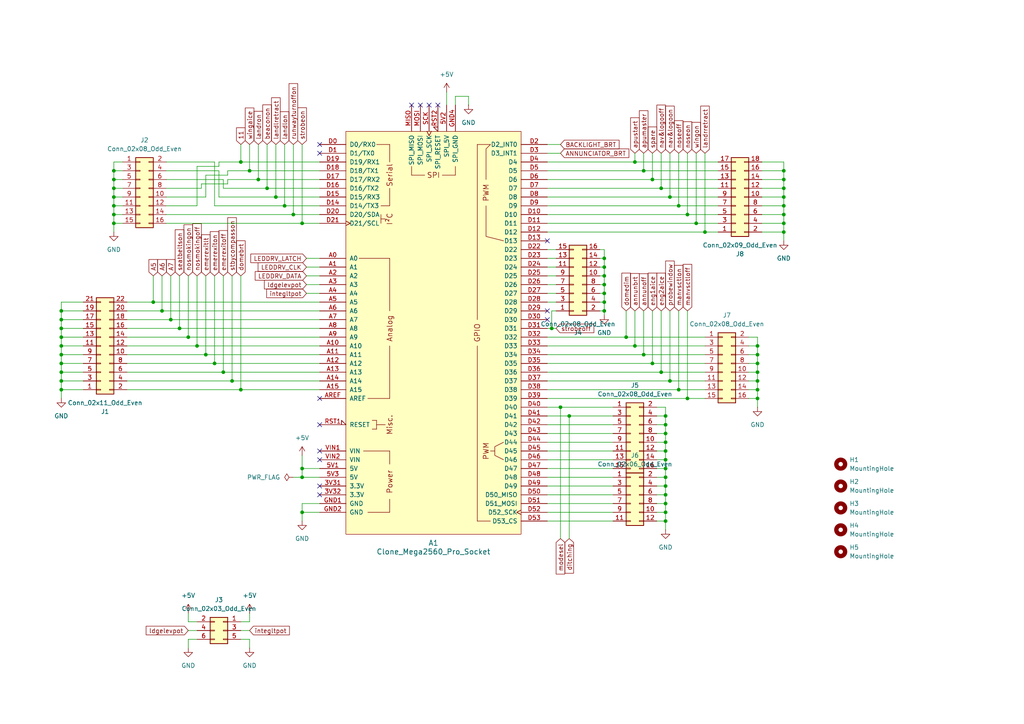
<source format=kicad_sch>
(kicad_sch (version 20231120) (generator "eeschema") (generator_version "8.0")
  (paper "A4")
  (lib_symbols
    (symbol "Connector_Generic:Conn_02x03_Odd_Even" (pin_names (offset 1.016) hide)
      (property "Reference" "J" (at 1.27 5.08 0))
      (property "Value" "Conn_02x03_Odd_Even" (at 1.27 -5.08 0))
      (symbol "Conn_02x03_Odd_Even_1_1"
        (pin passive line (at -5.08 2.54 0) (length 3.81) (name "Pin_1") (number "1"))
        (pin passive line (at 7.62 2.54 180) (length 3.81) (name "Pin_2") (number "2"))
        (pin passive line (at -5.08 0 0) (length 3.81) (name "Pin_3") (number "3"))
        (pin passive line (at 7.62 0 180) (length 3.81) (name "Pin_4") (number "4"))
        (pin passive line (at -5.08 -2.54 0) (length 3.81) (name "Pin_5") (number "5"))
        (pin passive line (at 7.62 -2.54 180) (length 3.81) (name "Pin_6") (number "6"))
      )
    )
    (symbol "Connector_Generic:Conn_02x06_Odd_Even" (pin_names (offset 1.016) hide)
      (property "Reference" "J" (at 1.27 7.62 0))
      (property "Value" "Conn_02x06_Odd_Even" (at 1.27 -10.16 0))
      (symbol "Conn_02x06_Odd_Even_1_1"
        (pin passive line (at -5.08 5.08 0) (length 3.81) (name "Pin_1") (number "1"))
        (pin passive line (at 7.62 -5.08 180) (length 3.81) (name "Pin_10") (number "10"))
        (pin passive line (at -5.08 -7.62 0) (length 3.81) (name "Pin_11") (number "11"))
        (pin passive line (at 7.62 -7.62 180) (length 3.81) (name "Pin_12") (number "12"))
        (pin passive line (at 7.62 5.08 180) (length 3.81) (name "Pin_2") (number "2"))
        (pin passive line (at -5.08 2.54 0) (length 3.81) (name "Pin_3") (number "3"))
        (pin passive line (at 7.62 2.54 180) (length 3.81) (name "Pin_4") (number "4"))
        (pin passive line (at -5.08 0 0) (length 3.81) (name "Pin_5") (number "5"))
        (pin passive line (at 7.62 0 180) (length 3.81) (name "Pin_6") (number "6"))
        (pin passive line (at -5.08 -2.54 0) (length 3.81) (name "Pin_7") (number "7"))
        (pin passive line (at 7.62 -2.54 180) (length 3.81) (name "Pin_8") (number "8"))
        (pin passive line (at -5.08 -5.08 0) (length 3.81) (name "Pin_9") (number "9"))
      )
    )
    (symbol "Connector_Generic:Conn_02x08_Odd_Even" (pin_names (offset 1.016) hide)
      (property "Reference" "J" (at 1.27 10.16 0))
      (property "Value" "Conn_02x08_Odd_Even" (at 1.27 -12.7 0))
      (symbol "Conn_02x08_Odd_Even_1_1"
        (pin passive line (at -5.08 7.62 0) (length 3.81) (name "Pin_1") (number "1"))
        (pin passive line (at 7.62 -2.54 180) (length 3.81) (name "Pin_10") (number "10"))
        (pin passive line (at -5.08 -5.08 0) (length 3.81) (name "Pin_11") (number "11"))
        (pin passive line (at 7.62 -5.08 180) (length 3.81) (name "Pin_12") (number "12"))
        (pin passive line (at -5.08 -7.62 0) (length 3.81) (name "Pin_13") (number "13"))
        (pin passive line (at 7.62 -7.62 180) (length 3.81) (name "Pin_14") (number "14"))
        (pin passive line (at -5.08 -10.16 0) (length 3.81) (name "Pin_15") (number "15"))
        (pin passive line (at 7.62 -10.16 180) (length 3.81) (name "Pin_16") (number "16"))
        (pin passive line (at 7.62 7.62 180) (length 3.81) (name "Pin_2") (number "2"))
        (pin passive line (at -5.08 5.08 0) (length 3.81) (name "Pin_3") (number "3"))
        (pin passive line (at 7.62 5.08 180) (length 3.81) (name "Pin_4") (number "4"))
        (pin passive line (at -5.08 2.54 0) (length 3.81) (name "Pin_5") (number "5"))
        (pin passive line (at 7.62 2.54 180) (length 3.81) (name "Pin_6") (number "6"))
        (pin passive line (at -5.08 0 0) (length 3.81) (name "Pin_7") (number "7"))
        (pin passive line (at 7.62 0 180) (length 3.81) (name "Pin_8") (number "8"))
        (pin passive line (at -5.08 -2.54 0) (length 3.81) (name "Pin_9") (number "9"))
      )
    )
    (symbol "Connector_Generic:Conn_02x09_Odd_Even" (pin_names (offset 1.016) hide)
      (property "Reference" "J" (at 1.27 12.7 0))
      (property "Value" "Conn_02x09_Odd_Even" (at 1.27 -12.7 0))
      (symbol "Conn_02x09_Odd_Even_1_1"
        (pin passive line (at -5.08 10.16 0) (length 3.81) (name "Pin_1") (number "1"))
        (pin passive line (at 7.62 0 180) (length 3.81) (name "Pin_10") (number "10"))
        (pin passive line (at -5.08 -2.54 0) (length 3.81) (name "Pin_11") (number "11"))
        (pin passive line (at 7.62 -2.54 180) (length 3.81) (name "Pin_12") (number "12"))
        (pin passive line (at -5.08 -5.08 0) (length 3.81) (name "Pin_13") (number "13"))
        (pin passive line (at 7.62 -5.08 180) (length 3.81) (name "Pin_14") (number "14"))
        (pin passive line (at -5.08 -7.62 0) (length 3.81) (name "Pin_15") (number "15"))
        (pin passive line (at 7.62 -7.62 180) (length 3.81) (name "Pin_16") (number "16"))
        (pin passive line (at -5.08 -10.16 0) (length 3.81) (name "Pin_17") (number "17"))
        (pin passive line (at 7.62 -10.16 180) (length 3.81) (name "Pin_18") (number "18"))
        (pin passive line (at 7.62 10.16 180) (length 3.81) (name "Pin_2") (number "2"))
        (pin passive line (at -5.08 7.62 0) (length 3.81) (name "Pin_3") (number "3"))
        (pin passive line (at 7.62 7.62 180) (length 3.81) (name "Pin_4") (number "4"))
        (pin passive line (at -5.08 5.08 0) (length 3.81) (name "Pin_5") (number "5"))
        (pin passive line (at 7.62 5.08 180) (length 3.81) (name "Pin_6") (number "6"))
        (pin passive line (at -5.08 2.54 0) (length 3.81) (name "Pin_7") (number "7"))
        (pin passive line (at 7.62 2.54 180) (length 3.81) (name "Pin_8") (number "8"))
        (pin passive line (at -5.08 0 0) (length 3.81) (name "Pin_9") (number "9"))
      )
    )
    (symbol "Connector_Generic:Conn_02x11_Odd_Even" (pin_names (offset 1.016) hide)
      (property "Reference" "J" (at 1.27 15.24 0))
      (property "Value" "Conn_02x11_Odd_Even" (at 1.27 -15.24 0))
      (symbol "Conn_02x11_Odd_Even_1_1"
        (pin passive line (at -5.08 12.7 0) (length 3.81) (name "Pin_1") (number "1"))
        (pin passive line (at 7.62 2.54 180) (length 3.81) (name "Pin_10") (number "10"))
        (pin passive line (at -5.08 0 0) (length 3.81) (name "Pin_11") (number "11"))
        (pin passive line (at 7.62 0 180) (length 3.81) (name "Pin_12") (number "12"))
        (pin passive line (at -5.08 -2.54 0) (length 3.81) (name "Pin_13") (number "13"))
        (pin passive line (at 7.62 -2.54 180) (length 3.81) (name "Pin_14") (number "14"))
        (pin passive line (at -5.08 -5.08 0) (length 3.81) (name "Pin_15") (number "15"))
        (pin passive line (at 7.62 -5.08 180) (length 3.81) (name "Pin_16") (number "16"))
        (pin passive line (at -5.08 -7.62 0) (length 3.81) (name "Pin_17") (number "17"))
        (pin passive line (at 7.62 -7.62 180) (length 3.81) (name "Pin_18") (number "18"))
        (pin passive line (at -5.08 -10.16 0) (length 3.81) (name "Pin_19") (number "19"))
        (pin passive line (at 7.62 12.7 180) (length 3.81) (name "Pin_2") (number "2"))
        (pin passive line (at 7.62 -10.16 180) (length 3.81) (name "Pin_20") (number "20"))
        (pin passive line (at -5.08 -12.7 0) (length 3.81) (name "Pin_21") (number "21"))
        (pin passive line (at 7.62 -12.7 180) (length 3.81) (name "Pin_22") (number "22"))
        (pin passive line (at -5.08 10.16 0) (length 3.81) (name "Pin_3") (number "3"))
        (pin passive line (at 7.62 10.16 180) (length 3.81) (name "Pin_4") (number "4"))
        (pin passive line (at -5.08 7.62 0) (length 3.81) (name "Pin_5") (number "5"))
        (pin passive line (at 7.62 7.62 180) (length 3.81) (name "Pin_6") (number "6"))
        (pin passive line (at -5.08 5.08 0) (length 3.81) (name "Pin_7") (number "7"))
        (pin passive line (at 7.62 5.08 180) (length 3.81) (name "Pin_8") (number "8"))
        (pin passive line (at -5.08 2.54 0) (length 3.81) (name "Pin_9") (number "9"))
      )
    )
    (symbol "Mechanical:MountingHole" (pin_names (offset 1.016)) (exclude_from_sim yes) (in_bom no)
      (property "Reference" "H" (at 0 5.08 0))
      (property "Value" "MountingHole" (at 0 3.175 0))
    )
    (symbol "PCM_arduino-library:Clone_Mega2560_Pro_Socket" (pin_names (offset 1.016))
      (property "Reference" "A" (at 0 -62.23 0))
      (property "Value" "Clone_Mega2560_Pro_Socket" (at 0 -66.04 0))
      (symbol "Clone_Mega2560_Pro_Socket_0_0"
        (text "Analog" (at -12.7 1.27 900) (effects (font (size 1.524 1.524))))
        (text "I²C" (at -12.7 33.02 900) (effects (font (size 1.524 1.524))))
        (text "Misc." (at -12.7 -26.67 900) (effects (font (size 1.524 1.524))))
        (text "Power" (at -12.7 -43.18 900) (effects (font (size 1.524 1.524))))
        (text "PWM" (at 15.24 -34.29 900) (effects (font (size 1.524 1.524))))
        (text "PWM" (at 15.24 40.64 900) (effects (font (size 1.524 1.524))))
        (text "Serial" (at -12.7 45.72 900) (effects (font (size 1.524 1.524))))
        (text "SPI" (at 0 45.72 0) (effects (font (size 1.524 1.524))))
      )
      (symbol "Clone_Mega2560_Pro_Socket_1_0"
        (text "GPIO" (at 12.7 0 900) (effects (font (size 1.524 1.524))))
      )
      (symbol "Clone_Mega2560_Pro_Socket_1_1"
        (pin power_out line (at -33.02 -44.45 0) (length 7.62) (name "3.3V") (number "3V31"))
        (pin power_out line (at -33.02 -46.99 0) (length 7.62) (name "3.3V") (number "3V32"))
        (pin power_in line (at -33.02 -39.37 0) (length 7.62) (name "5V") (number "5V1"))
        (pin power_in line (at 3.81 66.04 270) (length 7.62) (name "SPI_5V") (number "5V2"))
        (pin power_in line (at -33.02 -41.91 0) (length 7.62) (name "5V") (number "5V3"))
        (pin bidirectional line (at -33.02 21.59 0) (length 7.62) (name "A0") (number "A0"))
        (pin bidirectional line (at -33.02 19.05 0) (length 7.62) (name "A1") (number "A1"))
        (pin bidirectional line (at -33.02 -3.81 0) (length 7.62) (name "A10") (number "A10"))
        (pin bidirectional line (at -33.02 -6.35 0) (length 7.62) (name "A11") (number "A11"))
        (pin bidirectional line (at -33.02 -8.89 0) (length 7.62) (name "A12") (number "A12"))
        (pin bidirectional line (at -33.02 -11.43 0) (length 7.62) (name "A13") (number "A13"))
        (pin bidirectional line (at -33.02 -13.97 0) (length 7.62) (name "A14") (number "A14"))
        (pin bidirectional line (at -33.02 -16.51 0) (length 7.62) (name "A15") (number "A15"))
        (pin bidirectional line (at -33.02 16.51 0) (length 7.62) (name "A2") (number "A2"))
        (pin bidirectional line (at -33.02 13.97 0) (length 7.62) (name "A3") (number "A3"))
        (pin bidirectional line (at -33.02 11.43 0) (length 7.62) (name "A4") (number "A4"))
        (pin bidirectional line (at -33.02 8.89 0) (length 7.62) (name "A5") (number "A5"))
        (pin bidirectional line (at -33.02 6.35 0) (length 7.62) (name "A6") (number "A6"))
        (pin bidirectional line (at -33.02 3.81 0) (length 7.62) (name "A7") (number "A7"))
        (pin bidirectional line (at -33.02 1.27 0) (length 7.62) (name "A8") (number "A8"))
        (pin bidirectional line (at -33.02 -1.27 0) (length 7.62) (name "A9") (number "A9"))
        (pin input line (at -33.02 -19.05 0) (length 7.62) (name "AREF") (number "AREF"))
        (pin bidirectional line (at -33.02 54.61 0) (length 7.62) (name "D0/RX0") (number "D0"))
        (pin bidirectional line (at -33.02 52.07 0) (length 7.62) (name "D1/TX0") (number "D1"))
        (pin bidirectional line (at 33.02 34.29 180) (length 7.62) (name "D10") (number "D10"))
        (pin bidirectional line (at 33.02 31.75 180) (length 7.62) (name "D11") (number "D11"))
        (pin bidirectional line (at 33.02 29.21 180) (length 7.62) (name "D12") (number "D12"))
        (pin bidirectional line (at 33.02 26.67 180) (length 7.62) (name "D13") (number "D13"))
        (pin bidirectional line (at -33.02 36.83 0) (length 7.62) (name "D14/TX3") (number "D14"))
        (pin bidirectional line (at -33.02 39.37 0) (length 7.62) (name "D15/RX3") (number "D15"))
        (pin bidirectional line (at -33.02 41.91 0) (length 7.62) (name "D16/TX2") (number "D16"))
        (pin bidirectional line (at -33.02 44.45 0) (length 7.62) (name "D17/RX2") (number "D17"))
        (pin bidirectional line (at -33.02 46.99 0) (length 7.62) (name "D18/TX1") (number "D18"))
        (pin bidirectional line (at -33.02 49.53 0) (length 7.62) (name "D19/RX1") (number "D19"))
        (pin bidirectional line (at 33.02 54.61 180) (length 7.62) (name "D2_INT0") (number "D2"))
        (pin bidirectional line (at -33.02 34.29 0) (length 7.62) (name "D20/SDA") (number "D20"))
        (pin bidirectional clock (at -33.02 31.75 0) (length 7.62) (name "D21/SCL") (number "D21"))
        (pin bidirectional line (at 33.02 24.13 180) (length 7.62) (name "D22") (number "D22"))
        (pin bidirectional line (at 33.02 21.59 180) (length 7.62) (name "D23") (number "D23"))
        (pin bidirectional line (at 33.02 19.05 180) (length 7.62) (name "D24") (number "D24"))
        (pin bidirectional line (at 33.02 16.51 180) (length 7.62) (name "D25") (number "D25"))
        (pin bidirectional line (at 33.02 13.97 180) (length 7.62) (name "D26") (number "D26"))
        (pin bidirectional line (at 33.02 11.43 180) (length 7.62) (name "D27") (number "D27"))
        (pin bidirectional line (at 33.02 8.89 180) (length 7.62) (name "D28") (number "D28"))
        (pin bidirectional line (at 33.02 6.35 180) (length 7.62) (name "D29") (number "D29"))
        (pin bidirectional line (at 33.02 52.07 180) (length 7.62) (name "D3_INT1") (number "D3"))
        (pin bidirectional line (at 33.02 3.81 180) (length 7.62) (name "D30") (number "D30"))
        (pin bidirectional line (at 33.02 1.27 180) (length 7.62) (name "D31") (number "D31"))
        (pin bidirectional line (at 33.02 -1.27 180) (length 7.62) (name "D32") (number "D32"))
        (pin bidirectional line (at 33.02 -3.81 180) (length 7.62) (name "D33") (number "D33"))
        (pin bidirectional line (at 33.02 -6.35 180) (length 7.62) (name "D34") (number "D34"))
        (pin bidirectional line (at 33.02 -8.89 180) (length 7.62) (name "D35") (number "D35"))
        (pin bidirectional line (at 33.02 -11.43 180) (length 7.62) (name "D36") (number "D36"))
        (pin bidirectional line (at 33.02 -13.97 180) (length 7.62) (name "D37") (number "D37"))
        (pin bidirectional line (at 33.02 -16.51 180) (length 7.62) (name "D38") (number "D38"))
        (pin bidirectional line (at 33.02 -19.05 180) (length 7.62) (name "D39") (number "D39"))
        (pin bidirectional line (at 33.02 49.53 180) (length 7.62) (name "D4") (number "D4"))
        (pin bidirectional line (at 33.02 -21.59 180) (length 7.62) (name "D40") (number "D40"))
        (pin bidirectional line (at 33.02 -24.13 180) (length 7.62) (name "D41") (number "D41"))
        (pin bidirectional line (at 33.02 -26.67 180) (length 7.62) (name "D42") (number "D42"))
        (pin bidirectional line (at 33.02 -29.21 180) (length 7.62) (name "D43") (number "D43"))
        (pin bidirectional line (at 33.02 -31.75 180) (length 7.62) (name "D44") (number "D44"))
        (pin bidirectional line (at 33.02 -34.29 180) (length 7.62) (name "D45") (number "D45"))
        (pin bidirectional line (at 33.02 -36.83 180) (length 7.62) (name "D46") (number "D46"))
        (pin bidirectional line (at 33.02 -39.37 180) (length 7.62) (name "D47") (number "D47"))
        (pin bidirectional line (at 33.02 -41.91 180) (length 7.62) (name "D48") (number "D48"))
        (pin bidirectional line (at 33.02 -44.45 180) (length 7.62) (name "D49") (number "D49"))
        (pin bidirectional line (at 33.02 46.99 180) (length 7.62) (name "D5") (number "D5"))
        (pin bidirectional line (at 33.02 -46.99 180) (length 7.62) (name "D50_MISO") (number "D50"))
        (pin bidirectional line (at 33.02 -49.53 180) (length 7.62) (name "D51_MOSI") (number "D51"))
        (pin bidirectional clock (at 33.02 -52.07 180) (length 7.62) (name "D52_SCK") (number "D52"))
        (pin bidirectional line (at 33.02 -54.61 180) (length 7.62) (name "D53_CS") (number "D53"))
        (pin bidirectional line (at 33.02 44.45 180) (length 7.62) (name "D6") (number "D6"))
        (pin bidirectional line (at 33.02 41.91 180) (length 7.62) (name "D7") (number "D7"))
        (pin bidirectional line (at 33.02 39.37 180) (length 7.62) (name "D8") (number "D8"))
        (pin bidirectional line (at 33.02 36.83 180) (length 7.62) (name "D9") (number "D9"))
        (pin power_in line (at -33.02 -49.53 0) (length 7.62) (name "GND") (number "GND1"))
        (pin power_in line (at -33.02 -52.07 0) (length 7.62) (name "GND") (number "GND2"))
        (pin power_in line (at 6.35 66.04 270) (length 7.62) (name "SPI_GND") (number "GND4"))
        (pin input line (at -6.35 66.04 270) (length 7.62) (name "SPI_MISO") (number "MISO"))
        (pin output line (at -3.81 66.04 270) (length 7.62) (name "SPI_MOSI") (number "MOSI"))
        (pin open_collector input_low (at -33.02 -26.67 0) (length 7.62) (name "RESET") (number "RST1"))
        (pin open_collector input_low (at 1.27 66.04 270) (length 7.62) (name "SPI_RESET") (number "RST2"))
        (pin output clock (at -1.27 66.04 270) (length 7.62) (name "SPI_SCK") (number "SCK"))
        (pin power_in line (at -33.02 -34.29 0) (length 7.62) (name "VIN") (number "VIN1"))
        (pin power_in line (at -33.02 -36.83 0) (length 7.62) (name "VIN") (number "VIN2"))
      )
    )
    (symbol "power:+5V" (power) (pin_numbers hide) (pin_names (offset 0) hide)
      (property "Value" "+5V" (at 0 3.556 0))
      (symbol "+5V_1_1"
        (pin power_in line (at 0 0 90) (length 0) (name "~") (number "1"))
      )
    )
    (symbol "power:GND" (power) (pin_numbers hide) (pin_names (offset 0) hide)
      (property "Value" "GND" (at 0 -3.81 0))
      (symbol "GND_1_1"
        (pin power_in line (at 0 0 270) (length 0) (name "~") (number "1"))
      )
    )
    (symbol "power:PWR_FLAG" (power) (pin_numbers hide) (pin_names (offset 0) hide)
      (property "Value" "PWR_FLAG" (at 0 3.81 0))
      (symbol "PWR_FLAG_0_0"
        (pin power_out line (at 0 0 90) (length 0) (name "~") (number "1"))
      )
    )
  )
  (junction (at 17.78 105.41))
  (junction (at 17.78 113.03))
  (junction (at 227.33 49.53))
  (junction (at 33.02 52.07))
  (junction (at 227.33 57.15))
  (junction (at 72.39 49.53))
  (junction (at 52.07 95.25))
  (junction (at 175.26 87.63))
  (junction (at 85.09 62.23))
  (junction (at 87.63 135.89))
  (junction (at 194.31 57.15))
  (junction (at 196.85 113.03))
  (junction (at 193.04 151.13))
  (junction (at 227.33 59.69))
  (junction (at 219.71 115.57))
  (junction (at 17.78 97.79))
  (junction (at 57.15 100.33))
  (junction (at 160.02 95.25))
  (junction (at 44.45 87.63))
  (junction (at 33.02 54.61))
  (junction (at 191.77 107.95))
  (junction (at 33.02 64.77))
  (junction (at 181.61 97.79))
  (junction (at 33.02 49.53))
  (junction (at 193.04 146.05))
  (junction (at 193.04 135.89))
  (junction (at 17.78 90.17))
  (junction (at 69.85 46.99))
  (junction (at 175.26 90.17))
  (junction (at 49.53 92.71))
  (junction (at 33.02 62.23))
  (junction (at 219.71 110.49))
  (junction (at 77.47 54.61))
  (junction (at 193.04 128.27))
  (junction (at 175.26 82.55))
  (junction (at 227.33 52.07))
  (junction (at 199.39 62.23))
  (junction (at 17.78 92.71))
  (junction (at 219.71 113.03))
  (junction (at 62.23 105.41))
  (junction (at 194.31 110.49))
  (junction (at 175.26 85.09))
  (junction (at 193.04 125.73))
  (junction (at 227.33 54.61))
  (junction (at 199.39 115.57))
  (junction (at 17.78 110.49))
  (junction (at 186.69 102.87))
  (junction (at 191.77 54.61))
  (junction (at 189.23 105.41))
  (junction (at 69.85 113.03))
  (junction (at 162.56 118.11))
  (junction (at 165.1 120.65))
  (junction (at 46.99 90.17))
  (junction (at 184.15 100.33))
  (junction (at 17.78 100.33))
  (junction (at 33.02 59.69))
  (junction (at 59.69 102.87))
  (junction (at 17.78 102.87))
  (junction (at 74.93 52.07))
  (junction (at 175.26 74.93))
  (junction (at 219.71 105.41))
  (junction (at 227.33 64.77))
  (junction (at 193.04 120.65))
  (junction (at 175.26 80.01))
  (junction (at 67.31 110.49))
  (junction (at 189.23 52.07))
  (junction (at 87.63 64.77))
  (junction (at 193.04 123.19))
  (junction (at 196.85 59.69))
  (junction (at 33.02 57.15))
  (junction (at 193.04 138.43))
  (junction (at 193.04 143.51))
  (junction (at 87.63 148.59))
  (junction (at 64.77 107.95))
  (junction (at 193.04 130.81))
  (junction (at 193.04 133.35))
  (junction (at 193.04 148.59))
  (junction (at 219.71 102.87))
  (junction (at 82.55 59.69))
  (junction (at 184.15 46.99))
  (junction (at 175.26 77.47))
  (junction (at 17.78 95.25))
  (junction (at 227.33 62.23))
  (junction (at 219.71 100.33))
  (junction (at 87.63 138.43))
  (junction (at 186.69 49.53))
  (junction (at 227.33 67.31))
  (junction (at 219.71 107.95))
  (junction (at 54.61 97.79))
  (junction (at 17.78 107.95))
  (junction (at 80.01 57.15))
  (junction (at 204.47 67.31))
  (junction (at 201.93 64.77))
  (junction (at 193.04 140.97))
  (no_connect (at 92.71 41.91))
  (no_connect (at 127 30.48))
  (no_connect (at 92.71 140.97))
  (no_connect (at 92.71 123.19))
  (no_connect (at 92.71 115.57))
  (no_connect (at 124.46 30.48))
  (no_connect (at 158.75 69.85))
  (no_connect (at 158.75 92.71))
  (no_connect (at 121.92 30.48))
  (no_connect (at 92.71 133.35))
  (no_connect (at 158.75 90.17))
  (no_connect (at 92.71 44.45))
  (no_connect (at 92.71 143.51))
  (no_connect (at 119.38 30.48))
  (no_connect (at 92.71 130.81))
  (wire (pts (xy 69.85 185.42) (xy 72.39 185.42)))
  (wire (pts (xy 186.69 90.17) (xy 186.69 102.87)))
  (wire (pts (xy 175.26 87.63) (xy 175.26 90.17)))
  (wire (pts (xy 17.78 92.71) (xy 17.78 95.25)))
  (wire (pts (xy 72.39 180.34) (xy 69.85 180.34)))
  (wire (pts (xy 184.15 100.33) (xy 158.75 100.33)))
  (wire (pts (xy 87.63 148.59) (xy 87.63 151.13)))
  (wire (pts (xy 186.69 44.45) (xy 186.69 49.53)))
  (wire (pts (xy 173.99 82.55) (xy 175.26 82.55)))
  (wire (pts (xy 162.56 118.11) (xy 158.75 118.11)))
  (wire (pts (xy 177.8 140.97) (xy 158.75 140.97)))
  (wire (pts (xy 219.71 102.87) (xy 219.71 100.33)))
  (wire (pts (xy 217.17 100.33) (xy 219.71 100.33)))
  (wire (pts (xy 227.33 57.15) (xy 227.33 59.69)))
  (wire (pts (xy 74.93 52.07) (xy 92.71 52.07)))
  (wire (pts (xy 191.77 44.45) (xy 191.77 54.61)))
  (wire (pts (xy 161.29 74.93) (xy 158.75 74.93)))
  (wire (pts (xy 87.63 148.59) (xy 92.71 148.59)))
  (wire (pts (xy 36.83 97.79) (xy 54.61 97.79)))
  (wire (pts (xy 189.23 52.07) (xy 158.75 52.07)))
  (wire (pts (xy 160.02 95.25) (xy 158.75 95.25)))
  (wire (pts (xy 69.85 80.01) (xy 69.85 113.03)))
  (wire (pts (xy 181.61 90.17) (xy 181.61 97.79)))
  (wire (pts (xy 219.71 105.41) (xy 219.71 102.87)))
  (wire (pts (xy 190.5 148.59) (xy 193.04 148.59)))
  (wire (pts (xy 33.02 59.69) (xy 35.56 59.69)))
  (wire (pts (xy 196.85 90.17) (xy 196.85 113.03)))
  (wire (pts (xy 173.99 80.01) (xy 175.26 80.01)))
  (wire (pts (xy 184.15 90.17) (xy 184.15 100.33)))
  (wire (pts (xy 17.78 90.17) (xy 24.13 90.17)))
  (wire (pts (xy 33.02 62.23) (xy 33.02 64.77)))
  (wire (pts (xy 63.5 48.26) (xy 63.5 46.99)))
  (wire (pts (xy 175.26 77.47) (xy 175.26 80.01)))
  (wire (pts (xy 194.31 57.15) (xy 158.75 57.15)))
  (wire (pts (xy 196.85 113.03) (xy 158.75 113.03)))
  (wire (pts (xy 219.71 107.95) (xy 219.71 105.41)))
  (wire (pts (xy 48.26 64.77) (xy 87.63 64.77)))
  (wire (pts (xy 17.78 113.03) (xy 17.78 115.57)))
  (wire (pts (xy 177.8 151.13) (xy 158.75 151.13)))
  (wire (pts (xy 36.83 100.33) (xy 57.15 100.33)))
  (wire (pts (xy 36.83 110.49) (xy 67.31 110.49)))
  (wire (pts (xy 204.47 102.87) (xy 186.69 102.87)))
  (wire (pts (xy 193.04 146.05) (xy 193.04 148.59)))
  (wire (pts (xy 175.26 80.01) (xy 175.26 82.55)))
  (wire (pts (xy 220.98 59.69) (xy 227.33 59.69)))
  (wire (pts (xy 204.47 107.95) (xy 191.77 107.95)))
  (wire (pts (xy 33.02 57.15) (xy 35.56 57.15)))
  (wire (pts (xy 204.47 105.41) (xy 189.23 105.41)))
  (wire (pts (xy 227.33 64.77) (xy 227.33 67.31)))
  (wire (pts (xy 62.23 105.41) (xy 92.71 105.41)))
  (wire (pts (xy 220.98 67.31) (xy 227.33 67.31)))
  (wire (pts (xy 201.93 64.77) (xy 158.75 64.77)))
  (wire (pts (xy 193.04 138.43) (xy 193.04 140.97)))
  (wire (pts (xy 17.78 107.95) (xy 24.13 107.95)))
  (wire (pts (xy 161.29 82.55) (xy 158.75 82.55)))
  (wire (pts (xy 33.02 52.07) (xy 33.02 54.61)))
  (wire (pts (xy 57.15 185.42) (xy 54.61 185.42)))
  (wire (pts (xy 220.98 46.99) (xy 227.33 46.99)))
  (wire (pts (xy 66.04 52.07) (xy 74.93 52.07)))
  (wire (pts (xy 59.69 80.01) (xy 59.69 102.87)))
  (wire (pts (xy 88.9 77.47) (xy 92.71 77.47)))
  (wire (pts (xy 220.98 52.07) (xy 227.33 52.07)))
  (wire (pts (xy 186.69 49.53) (xy 158.75 49.53)))
  (wire (pts (xy 88.9 80.01) (xy 92.71 80.01)))
  (wire (pts (xy 161.29 85.09) (xy 158.75 85.09)))
  (wire (pts (xy 62.23 80.01) (xy 62.23 105.41)))
  (wire (pts (xy 175.26 72.39) (xy 175.26 74.93)))
  (wire (pts (xy 191.77 107.95) (xy 158.75 107.95)))
  (wire (pts (xy 85.09 62.23) (xy 92.71 62.23)))
  (wire (pts (xy 217.17 107.95) (xy 219.71 107.95)))
  (wire (pts (xy 190.5 123.19) (xy 193.04 123.19)))
  (wire (pts (xy 17.78 90.17) (xy 17.78 92.71)))
  (wire (pts (xy 190.5 138.43) (xy 193.04 138.43)))
  (wire (pts (xy 87.63 41.91) (xy 87.63 64.77)))
  (wire (pts (xy 177.8 130.81) (xy 158.75 130.81)))
  (wire (pts (xy 17.78 100.33) (xy 17.78 102.87)))
  (wire (pts (xy 74.93 41.91) (xy 74.93 52.07)))
  (wire (pts (xy 173.99 74.93) (xy 175.26 74.93)))
  (wire (pts (xy 85.09 41.91) (xy 85.09 62.23)))
  (wire (pts (xy 52.07 80.01) (xy 52.07 95.25)))
  (wire (pts (xy 177.8 123.19) (xy 158.75 123.19)))
  (wire (pts (xy 33.02 57.15) (xy 33.02 59.69)))
  (wire (pts (xy 158.75 41.91) (xy 162.56 41.91)))
  (wire (pts (xy 17.78 105.41) (xy 24.13 105.41)))
  (wire (pts (xy 217.17 105.41) (xy 219.71 105.41)))
  (wire (pts (xy 161.29 80.01) (xy 158.75 80.01)))
  (wire (pts (xy 72.39 41.91) (xy 72.39 49.53)))
  (wire (pts (xy 204.47 44.45) (xy 204.47 67.31)))
  (wire (pts (xy 17.78 87.63) (xy 24.13 87.63)))
  (wire (pts (xy 54.61 177.8) (xy 54.61 180.34)))
  (wire (pts (xy 220.98 54.61) (xy 227.33 54.61)))
  (wire (pts (xy 208.28 57.15) (xy 194.31 57.15)))
  (wire (pts (xy 64.77 52.07) (xy 64.77 54.61)))
  (wire (pts (xy 64.77 54.61) (xy 77.47 54.61)))
  (wire (pts (xy 208.28 59.69) (xy 196.85 59.69)))
  (wire (pts (xy 17.78 87.63) (xy 17.78 90.17)))
  (wire (pts (xy 17.78 100.33) (xy 24.13 100.33)))
  (wire (pts (xy 33.02 64.77) (xy 35.56 64.77)))
  (wire (pts (xy 220.98 49.53) (xy 227.33 49.53)))
  (wire (pts (xy 46.99 90.17) (xy 92.71 90.17)))
  (wire (pts (xy 161.29 77.47) (xy 158.75 77.47)))
  (wire (pts (xy 17.78 110.49) (xy 24.13 110.49)))
  (wire (pts (xy 204.47 100.33) (xy 184.15 100.33)))
  (wire (pts (xy 72.39 182.88) (xy 69.85 182.88)))
  (wire (pts (xy 165.1 120.65) (xy 158.75 120.65)))
  (wire (pts (xy 219.71 110.49) (xy 219.71 107.95)))
  (wire (pts (xy 135.89 27.94) (xy 135.89 30.48)))
  (wire (pts (xy 173.99 85.09) (xy 175.26 85.09)))
  (wire (pts (xy 217.17 102.87) (xy 219.71 102.87)))
  (wire (pts (xy 87.63 146.05) (xy 87.63 148.59)))
  (wire (pts (xy 190.5 140.97) (xy 193.04 140.97)))
  (wire (pts (xy 196.85 59.69) (xy 158.75 59.69)))
  (wire (pts (xy 48.26 49.53) (xy 63.5 49.53)))
  (wire (pts (xy 161.29 87.63) (xy 158.75 87.63)))
  (wire (pts (xy 80.01 57.15) (xy 92.71 57.15)))
  (wire (pts (xy 204.47 113.03) (xy 196.85 113.03)))
  (wire (pts (xy 190.5 135.89) (xy 193.04 135.89)))
  (wire (pts (xy 48.26 59.69) (xy 57.15 59.69)))
  (wire (pts (xy 177.8 148.59) (xy 158.75 148.59)))
  (wire (pts (xy 199.39 62.23) (xy 158.75 62.23)))
  (wire (pts (xy 17.78 107.95) (xy 17.78 110.49)))
  (wire (pts (xy 191.77 54.61) (xy 158.75 54.61)))
  (wire (pts (xy 193.04 125.73) (xy 193.04 128.27)))
  (wire (pts (xy 57.15 59.69) (xy 57.15 48.26)))
  (wire (pts (xy 64.77 107.95) (xy 92.71 107.95)))
  (wire (pts (xy 175.26 74.93) (xy 175.26 77.47)))
  (wire (pts (xy 17.78 92.71) (xy 24.13 92.71)))
  (wire (pts (xy 220.98 64.77) (xy 227.33 64.77)))
  (wire (pts (xy 36.83 92.71) (xy 49.53 92.71)))
  (wire (pts (xy 35.56 46.99) (xy 33.02 46.99)))
  (wire (pts (xy 87.63 135.89) (xy 92.71 135.89)))
  (wire (pts (xy 48.26 62.23) (xy 85.09 62.23)))
  (wire (pts (xy 63.5 46.99) (xy 69.85 46.99)))
  (wire (pts (xy 88.9 82.55) (xy 92.71 82.55)))
  (wire (pts (xy 64.77 80.01) (xy 64.77 107.95)))
  (wire (pts (xy 227.33 59.69) (xy 227.33 62.23)))
  (wire (pts (xy 177.8 118.11) (xy 162.56 118.11)))
  (wire (pts (xy 17.78 105.41) (xy 17.78 107.95)))
  (wire (pts (xy 33.02 46.99) (xy 33.02 49.53)))
  (wire (pts (xy 92.71 146.05) (xy 87.63 146.05)))
  (wire (pts (xy 58.42 53.34) (xy 66.04 53.34)))
  (wire (pts (xy 189.23 90.17) (xy 189.23 105.41)))
  (wire (pts (xy 227.33 52.07) (xy 227.33 54.61)))
  (wire (pts (xy 177.8 133.35) (xy 158.75 133.35)))
  (wire (pts (xy 190.5 143.51) (xy 193.04 143.51)))
  (wire (pts (xy 67.31 80.01) (xy 67.31 110.49)))
  (wire (pts (xy 17.78 95.25) (xy 17.78 97.79)))
  (wire (pts (xy 33.02 49.53) (xy 35.56 49.53)))
  (wire (pts (xy 77.47 54.61) (xy 92.71 54.61)))
  (wire (pts (xy 36.83 90.17) (xy 46.99 90.17)))
  (wire (pts (xy 217.17 113.03) (xy 219.71 113.03)))
  (wire (pts (xy 44.45 87.63) (xy 92.71 87.63)))
  (wire (pts (xy 72.39 185.42) (xy 72.39 187.96)))
  (wire (pts (xy 190.5 130.81) (xy 193.04 130.81)))
  (wire (pts (xy 46.99 80.01) (xy 46.99 90.17)))
  (wire (pts (xy 82.55 59.69) (xy 92.71 59.69)))
  (wire (pts (xy 220.98 62.23) (xy 227.33 62.23)))
  (wire (pts (xy 208.28 49.53) (xy 186.69 49.53)))
  (wire (pts (xy 33.02 49.53) (xy 33.02 52.07)))
  (wire (pts (xy 160.02 95.25) (xy 161.29 95.25)))
  (wire (pts (xy 129.54 26.67) (xy 129.54 30.48)))
  (wire (pts (xy 193.04 133.35) (xy 193.04 135.89)))
  (wire (pts (xy 17.78 97.79) (xy 24.13 97.79)))
  (wire (pts (xy 33.02 59.69) (xy 33.02 62.23)))
  (wire (pts (xy 66.04 50.8) (xy 66.04 49.53)))
  (wire (pts (xy 63.5 57.15) (xy 80.01 57.15)))
  (wire (pts (xy 17.78 102.87) (xy 17.78 105.41)))
  (wire (pts (xy 77.47 41.91) (xy 77.47 54.61)))
  (wire (pts (xy 33.02 54.61) (xy 35.56 54.61)))
  (wire (pts (xy 36.83 87.63) (xy 44.45 87.63)))
  (wire (pts (xy 33.02 54.61) (xy 33.02 57.15)))
  (wire (pts (xy 36.83 102.87) (xy 59.69 102.87)))
  (wire (pts (xy 66.04 53.34) (xy 66.04 52.07)))
  (wire (pts (xy 160.02 90.17) (xy 160.02 95.25)))
  (wire (pts (xy 173.99 72.39) (xy 175.26 72.39)))
  (wire (pts (xy 59.69 102.87) (xy 92.71 102.87)))
  (wire (pts (xy 57.15 80.01) (xy 57.15 100.33)))
  (wire (pts (xy 54.61 180.34) (xy 57.15 180.34)))
  (wire (pts (xy 80.01 41.91) (xy 80.01 57.15)))
  (wire (pts (xy 199.39 115.57) (xy 158.75 115.57)))
  (wire (pts (xy 204.47 110.49) (xy 194.31 110.49)))
  (wire (pts (xy 132.08 27.94) (xy 135.89 27.94)))
  (wire (pts (xy 227.33 54.61) (xy 227.33 57.15)))
  (wire (pts (xy 48.26 52.07) (xy 64.77 52.07)))
  (wire (pts (xy 175.26 85.09) (xy 175.26 87.63)))
  (wire (pts (xy 62.23 59.69) (xy 82.55 59.69)))
  (wire (pts (xy 158.75 44.45) (xy 162.56 44.45)))
  (wire (pts (xy 88.9 74.93) (xy 92.71 74.93)))
  (wire (pts (xy 189.23 105.41) (xy 158.75 105.41)))
  (wire (pts (xy 173.99 90.17) (xy 175.26 90.17)))
  (wire (pts (xy 193.04 135.89) (xy 193.04 138.43)))
  (wire (pts (xy 69.85 41.91) (xy 69.85 46.99)))
  (wire (pts (xy 17.78 113.03) (xy 24.13 113.03)))
  (wire (pts (xy 204.47 67.31) (xy 158.75 67.31)))
  (wire (pts (xy 208.28 64.77) (xy 201.93 64.77)))
  (wire (pts (xy 219.71 100.33) (xy 219.71 97.79)))
  (wire (pts (xy 175.26 82.55) (xy 175.26 85.09)))
  (wire (pts (xy 54.61 97.79) (xy 92.71 97.79)))
  (wire (pts (xy 63.5 49.53) (xy 63.5 57.15)))
  (wire (pts (xy 87.63 64.77) (xy 92.71 64.77)))
  (wire (pts (xy 193.04 118.11) (xy 193.04 120.65)))
  (wire (pts (xy 57.15 100.33) (xy 92.71 100.33)))
  (wire (pts (xy 201.93 44.45) (xy 201.93 64.77)))
  (wire (pts (xy 87.63 135.89) (xy 87.63 132.08)))
  (wire (pts (xy 219.71 118.11) (xy 219.71 115.57)))
  (wire (pts (xy 36.83 105.41) (xy 62.23 105.41)))
  (wire (pts (xy 177.8 138.43) (xy 158.75 138.43)))
  (wire (pts (xy 190.5 128.27) (xy 193.04 128.27)))
  (wire (pts (xy 193.04 140.97) (xy 193.04 143.51)))
  (wire (pts (xy 184.15 46.99) (xy 158.75 46.99)))
  (wire (pts (xy 190.5 120.65) (xy 193.04 120.65)))
  (wire (pts (xy 162.56 118.11) (xy 162.56 156.21)))
  (wire (pts (xy 54.61 185.42) (xy 54.61 187.96)))
  (wire (pts (xy 190.5 133.35) (xy 193.04 133.35)))
  (wire (pts (xy 217.17 97.79) (xy 219.71 97.79)))
  (wire (pts (xy 161.29 72.39) (xy 158.75 72.39)))
  (wire (pts (xy 88.9 85.09) (xy 92.71 85.09)))
  (wire (pts (xy 48.26 54.61) (xy 58.42 54.61)))
  (wire (pts (xy 194.31 110.49) (xy 158.75 110.49)))
  (wire (pts (xy 85.09 138.43) (xy 87.63 138.43)))
  (wire (pts (xy 190.5 151.13) (xy 193.04 151.13)))
  (wire (pts (xy 194.31 90.17) (xy 194.31 110.49)))
  (wire (pts (xy 173.99 87.63) (xy 175.26 87.63)))
  (wire (pts (xy 52.07 95.25) (xy 92.71 95.25)))
  (wire (pts (xy 33.02 64.77) (xy 33.02 67.31)))
  (wire (pts (xy 208.28 62.23) (xy 199.39 62.23)))
  (wire (pts (xy 227.33 62.23) (xy 227.33 64.77)))
  (wire (pts (xy 87.63 138.43) (xy 87.63 135.89)))
  (wire (pts (xy 48.26 57.15) (xy 59.69 57.15)))
  (wire (pts (xy 219.71 115.57) (xy 219.71 113.03)))
  (wire (pts (xy 173.99 77.47) (xy 175.26 77.47)))
  (wire (pts (xy 181.61 97.79) (xy 158.75 97.79)))
  (wire (pts (xy 184.15 44.45) (xy 184.15 46.99)))
  (wire (pts (xy 58.42 54.61) (xy 58.42 53.34)))
  (wire (pts (xy 199.39 90.17) (xy 199.39 115.57)))
  (wire (pts (xy 193.04 120.65) (xy 193.04 123.19)))
  (wire (pts (xy 160.02 90.17) (xy 161.29 90.17)))
  (wire (pts (xy 177.8 120.65) (xy 165.1 120.65)))
  (wire (pts (xy 193.04 148.59) (xy 193.04 151.13)))
  (wire (pts (xy 49.53 80.01) (xy 49.53 92.71)))
  (wire (pts (xy 17.78 102.87) (xy 24.13 102.87)))
  (wire (pts (xy 217.17 110.49) (xy 219.71 110.49)))
  (wire (pts (xy 199.39 44.45) (xy 199.39 62.23)))
  (wire (pts (xy 193.04 143.51) (xy 193.04 146.05)))
  (wire (pts (xy 177.8 146.05) (xy 158.75 146.05)))
  (wire (pts (xy 72.39 177.8) (xy 72.39 180.34)))
  (wire (pts (xy 190.5 125.73) (xy 193.04 125.73)))
  (wire (pts (xy 17.78 97.79) (xy 17.78 100.33)))
  (wire (pts (xy 190.5 118.11) (xy 193.04 118.11)))
  (wire (pts (xy 36.83 95.25) (xy 52.07 95.25)))
  (wire (pts (xy 208.28 54.61) (xy 191.77 54.61)))
  (wire (pts (xy 59.69 50.8) (xy 66.04 50.8)))
  (wire (pts (xy 193.04 123.19) (xy 193.04 125.73)))
  (wire (pts (xy 175.26 90.17) (xy 175.26 91.44)))
  (wire (pts (xy 196.85 44.45) (xy 196.85 59.69)))
  (wire (pts (xy 36.83 113.03) (xy 69.85 113.03)))
  (wire (pts (xy 59.69 57.15) (xy 59.69 50.8)))
  (wire (pts (xy 69.85 113.03) (xy 92.71 113.03)))
  (wire (pts (xy 177.8 125.73) (xy 158.75 125.73)))
  (wire (pts (xy 193.04 128.27) (xy 193.04 130.81)))
  (wire (pts (xy 72.39 49.53) (xy 92.71 49.53)))
  (wire (pts (xy 17.78 95.25) (xy 24.13 95.25)))
  (wire (pts (xy 204.47 97.79) (xy 181.61 97.79)))
  (wire (pts (xy 165.1 120.65) (xy 165.1 156.21)))
  (wire (pts (xy 54.61 80.01) (xy 54.61 97.79)))
  (wire (pts (xy 69.85 46.99) (xy 92.71 46.99)))
  (wire (pts (xy 62.23 46.99) (xy 62.23 59.69)))
  (wire (pts (xy 177.8 135.89) (xy 158.75 135.89)))
  (wire (pts (xy 17.78 110.49) (xy 17.78 113.03)))
  (wire (pts (xy 49.53 92.71) (xy 92.71 92.71)))
  (wire (pts (xy 82.55 41.91) (xy 82.55 59.69)))
  (wire (pts (xy 36.83 107.95) (xy 64.77 107.95)))
  (wire (pts (xy 67.31 110.49) (xy 92.71 110.49)))
  (wire (pts (xy 57.15 48.26) (xy 63.5 48.26)))
  (wire (pts (xy 186.69 102.87) (xy 158.75 102.87)))
  (wire (pts (xy 204.47 115.57) (xy 199.39 115.57)))
  (wire (pts (xy 177.8 143.51) (xy 158.75 143.51)))
  (wire (pts (xy 92.71 138.43) (xy 87.63 138.43)))
  (wire (pts (xy 208.28 46.99) (xy 184.15 46.99)))
  (wire (pts (xy 54.61 182.88) (xy 57.15 182.88)))
  (wire (pts (xy 193.04 151.13) (xy 193.04 153.67)))
  (wire (pts (xy 227.33 49.53) (xy 227.33 52.07)))
  (wire (pts (xy 227.33 46.99) (xy 227.33 49.53)))
  (wire (pts (xy 191.77 90.17) (xy 191.77 107.95)))
  (wire (pts (xy 132.08 30.48) (xy 132.08 27.94)))
  (wire (pts (xy 219.71 113.03) (xy 219.71 110.49)))
  (wire (pts (xy 33.02 62.23) (xy 35.56 62.23)))
  (wire (pts (xy 177.8 128.27) (xy 158.75 128.27)))
  (wire (pts (xy 220.98 57.15) (xy 227.33 57.15)))
  (wire (pts (xy 48.26 46.99) (xy 62.23 46.99)))
  (wire (pts (xy 227.33 67.31) (xy 227.33 69.85)))
  (wire (pts (xy 208.28 67.31) (xy 204.47 67.31)))
  (wire (pts (xy 189.23 44.45) (xy 189.23 52.07)))
  (wire (pts (xy 193.04 130.81) (xy 193.04 133.35)))
  (wire (pts (xy 194.31 44.45) (xy 194.31 57.15)))
  (wire (pts (xy 217.17 115.57) (xy 219.71 115.57)))
  (wire (pts (xy 44.45 80.01) (xy 44.45 87.63)))
  (wire (pts (xy 208.28 52.07) (xy 189.23 52.07)))
  (wire (pts (xy 66.04 49.53) (xy 72.39 49.53)))
  (wire (pts (xy 190.5 146.05) (xy 193.04 146.05)))
  (wire (pts (xy 33.02 52.07) (xy 35.56 52.07)))
  (global_label "stbycompasson" (shape input) (at 67.31 80.01 90) (property "Intersheetrefs" "${INTERSHEET_REFS}" (effects (hide yes))))
  (global_label "seatbeltson" (shape input) (at 52.07 80.01 90) (property "Intersheetrefs" "${INTERSHEET_REFS}" (effects (hide yes))))
  (global_label "wingon" (shape input) (at 201.93 44.45 90) (property "Intersheetrefs" "${INTERSHEET_REFS}" (effects (hide yes))))
  (global_label "emerexiton" (shape input) (at 62.23 80.01 90) (property "Intersheetrefs" "${INTERSHEET_REFS}" (effects (hide yes))))
  (global_label "eng1aice" (shape input) (at 189.23 90.17 90) (property "Intersheetrefs" "${INTERSHEET_REFS}" (effects (hide yes))))
  (global_label "nav&logooff" (shape input) (at 191.77 44.45 90) (property "Intersheetrefs" "${INTERSHEET_REFS}" (effects (hide yes))))
  (global_label "LEDDRV_CLK" (shape input) (at 88.9 77.47 180) (property "Intersheetrefs" "${INTERSHEET_REFS}" (effects (hide yes))))
  (global_label "domedim" (shape input) (at 181.61 90.17 90) (property "Intersheetrefs" "${INTERSHEET_REFS}" (effects (hide yes))))
  (global_label "strobeon" (shape input) (at 87.63 41.91 90) (property "Intersheetrefs" "${INTERSHEET_REFS}" (effects (hide yes))))
  (global_label "annunbrt" (shape input) (at 184.15 90.17 90) (property "Intersheetrefs" "${INTERSHEET_REFS}" (effects (hide yes))))
  (global_label "apumaster" (shape input) (at 186.69 44.45 90) (property "Intersheetrefs" "${INTERSHEET_REFS}" (effects (hide yes))))
  (global_label "noseon" (shape input) (at 199.39 44.45 90) (property "Intersheetrefs" "${INTERSHEET_REFS}" (effects (hide yes))))
  (global_label "ANNUNCIATOR_BRT" (shape input) (at 162.56 44.45 0) (property "Intersheetrefs" "${INTERSHEET_REFS}" (effects (hide yes))))
  (global_label "nav&logoon" (shape input) (at 194.31 44.45 90) (property "Intersheetrefs" "${INTERSHEET_REFS}" (effects (hide yes))))
  (global_label "eng2aice" (shape input) (at 191.77 90.17 90) (property "Intersheetrefs" "${INTERSHEET_REFS}" (effects (hide yes))))
  (global_label "domebrt" (shape input) (at 69.85 80.01 90) (property "Intersheetrefs" "${INTERSHEET_REFS}" (effects (hide yes))))
  (global_label "manvsctloff" (shape input) (at 199.39 90.17 90) (property "Intersheetrefs" "${INTERSHEET_REFS}" (effects (hide yes))))
  (global_label "11" (shape input) (at 69.85 41.91 90) (property "Intersheetrefs" "${INTERSHEET_REFS}" (effects (hide yes))))
  (global_label "nosmokingoff" (shape input) (at 57.15 80.01 90) (property "Intersheetrefs" "${INTERSHEET_REFS}" (effects (hide yes))))
  (global_label "runwayturnoffon" (shape input) (at 85.09 41.91 90) (property "Intersheetrefs" "${INTERSHEET_REFS}" (effects (hide yes))))
  (global_label "emerexitlt" (shape input) (at 59.69 80.01 90) (property "Intersheetrefs" "${INTERSHEET_REFS}" (effects (hide yes))))
  (global_label "A5" (shape input) (at 44.45 80.01 90) (property "Intersheetrefs" "${INTERSHEET_REFS}" (effects (hide yes))))
  (global_label "emerexitoff" (shape input) (at 64.77 80.01 90) (property "Intersheetrefs" "${INTERSHEET_REFS}" (effects (hide yes))))
  (global_label "BACKLIGHT_BRT" (shape input) (at 162.56 41.91 0) (property "Intersheetrefs" "${INTERSHEET_REFS}" (effects (hide yes))))
  (global_label "ldgelevpot" (shape input) (at 54.61 182.88 180) (property "Intersheetrefs" "${INTERSHEET_REFS}" (effects (hide yes))))
  (global_label "ditching" (shape input) (at 165.1 156.21 270) (property "Intersheetrefs" "${INTERSHEET_REFS}" (effects (hide yes))))
  (global_label "LEDDRV_LATCH" (shape input) (at 88.9 74.93 180) (property "Intersheetrefs" "${INTERSHEET_REFS}" (effects (hide yes))))
  (global_label "landron" (shape input) (at 74.93 41.91 90) (property "Intersheetrefs" "${INTERSHEET_REFS}" (effects (hide yes))))
  (global_label "strobeoff" (shape input) (at 161.29 95.25 0) (property "Intersheetrefs" "${INTERSHEET_REFS}" (effects (hide yes))))
  (global_label "noseoff" (shape input) (at 196.85 44.45 90) (property "Intersheetrefs" "${INTERSHEET_REFS}" (effects (hide yes))))
  (global_label "nosmokingon" (shape input) (at 54.61 80.01 90) (property "Intersheetrefs" "${INTERSHEET_REFS}" (effects (hide yes))))
  (global_label "probewindow" (shape input) (at 194.31 90.17 90) (property "Intersheetrefs" "${INTERSHEET_REFS}" (effects (hide yes))))
  (global_label "wingaice" (shape input) (at 72.39 41.91 90) (property "Intersheetrefs" "${INTERSHEET_REFS}" (effects (hide yes))))
  (global_label "manvsctlon" (shape input) (at 196.85 90.17 90) (property "Intersheetrefs" "${INTERSHEET_REFS}" (effects (hide yes))))
  (global_label "integltpot" (shape input) (at 88.9 85.09 180) (property "Intersheetrefs" "${INTERSHEET_REFS}" (effects (hide yes))))
  (global_label "annunoff" (shape input) (at 186.69 90.17 90) (property "Intersheetrefs" "${INTERSHEET_REFS}" (effects (hide yes))))
  (global_label "modesel" (shape input) (at 162.56 156.21 270) (property "Intersheetrefs" "${INTERSHEET_REFS}" (effects (hide yes))))
  (global_label "A7" (shape input) (at 49.53 80.01 90) (property "Intersheetrefs" "${INTERSHEET_REFS}" (effects (hide yes))))
  (global_label "apustart" (shape input) (at 184.15 44.45 90) (property "Intersheetrefs" "${INTERSHEET_REFS}" (effects (hide yes))))
  (global_label "landrretract" (shape input) (at 204.47 44.45 90) (property "Intersheetrefs" "${INTERSHEET_REFS}" (effects (hide yes))))
  (global_label "landlon" (shape input) (at 82.55 41.91 90) (property "Intersheetrefs" "${INTERSHEET_REFS}" (effects (hide yes))))
  (global_label "ldgelevpot" (shape input) (at 88.9 82.55 180) (property "Intersheetrefs" "${INTERSHEET_REFS}" (effects (hide yes))))
  (global_label "spare" (shape input) (at 189.23 44.45 90) (property "Intersheetrefs" "${INTERSHEET_REFS}" (effects (hide yes))))
  (global_label "integltpot" (shape input) (at 72.39 182.88 0) (property "Intersheetrefs" "${INTERSHEET_REFS}" (effects (hide yes))))
  (global_label "A6" (shape input) (at 46.99 80.01 90) (property "Intersheetrefs" "${INTERSHEET_REFS}" (effects (hide yes))))
  (global_label "beaconon" (shape input) (at 77.47 41.91 90) (property "Intersheetrefs" "${INTERSHEET_REFS}" (effects (hide yes))))
  (global_label "landlretract" (shape input) (at 80.01 41.91 90) (property "Intersheetrefs" "${INTERSHEET_REFS}" (effects (hide yes))))
  (global_label "LEDDRV_DATA" (shape input) (at 88.9 80.01 180) (property "Intersheetrefs" "${INTERSHEET_REFS}" (effects (hide yes))))
  (symbol (lib_id "Connector_Generic:Conn_02x08_Odd_Even") (at 40.64 54.61 0) (unit 1)
    (property "Reference" "J2" (at 41.91 40.64 0))
    (property "Value" "Conn_02x08_Odd_Even" (at 41.91 43.18 0))
    (property "Footprint" "Connector_PinHeader_2.54mm:PinHeader_2x08_P2.54mm_Vertical" (effects (hide yes)))
    (property "Description" "Generic connector, double row, 02x08, odd/even pin numbering scheme (row 1 odd numbers, row 2 even numbers), script generated (kicad-library-utils/schlib/autogen/connector/)" (effects (hide yes)))
  )
  (symbol (lib_id "power:GND") (at 193.04 153.67 0) (unit 1)
    (property "Reference" "#PWR012" (effects (hide yes)))
    (property "Value" "GND" (at 193.04 158.75 0))
    (property "Description" "Power symbol creates a global label with name \"GND\" , ground" (effects (hide yes)))
  )
  (symbol (lib_id "Connector_Generic:Conn_02x06_Odd_Even") (at 182.88 143.51 0) (unit 1)
    (property "Reference" "J6" (at 184.15 132.08 0))
    (property "Value" "Conn_02x06_Odd_Even" (at 184.15 134.62 0))
    (property "Description" "Generic connector, double row, 02x06, odd/even pin numbering scheme (row 1 odd numbers, row 2 even numbers), script generated (kicad-library-utils/schlib/autogen/connector/)" (effects (hide yes)))
  )
  (symbol (lib_id "Connector_Generic:Conn_02x11_Odd_Even") (at 29.21 100.33 0) (mirror x) (unit 1)
    (property "Reference" "J1" (at 30.48 119.38 0))
    (property "Value" "Conn_02x11_Odd_Even" (at 30.48 116.84 0))
    (property "Footprint" "Connector_PinHeader_2.54mm:PinHeader_2x11_P2.54mm_Vertical" (effects (hide yes)))
    (property "Description" "Generic connector, double row, 02x11, odd/even pin numbering scheme (row 1 odd numbers, row 2 even numbers), script generated (kicad-library-utils/schlib/autogen/connector/)" (effects (hide yes)))
  )
  (symbol (lib_id "Mechanical:MountingHole") (at 243.84 140.97 0) (unit 1) (exclude_from_sim yes) (in_bom no)
    (property "Reference" "H2" (at 246.38 139.6999 0) (effects (justify left)))
    (property "Value" "MountingHole" (at 246.38 142.2399 0) (effects (justify left)))
    (property "Footprint" "MountingHole:MountingHole_3.2mm_M3" (effects (hide yes)))
    (property "Description" "Mounting Hole without connection" (effects (hide yes)))
  )
  (symbol (lib_id "Mechanical:MountingHole") (at 243.84 160.02 0) (unit 1) (exclude_from_sim yes) (in_bom no)
    (property "Reference" "H5" (at 246.38 158.7499 0) (effects (justify left)))
    (property "Value" "MountingHole" (at 246.38 161.2899 0) (effects (justify left)))
    (property "Footprint" "MountingHole:MountingHole_3.2mm_M3" (effects (hide yes)))
    (property "Description" "Mounting Hole without connection" (effects (hide yes)))
  )
  (symbol (lib_id "power:GND") (at 219.71 118.11 0) (unit 1)
    (property "Reference" "#PWR013" (effects (hide yes)))
    (property "Value" "GND" (at 219.71 123.19 0))
    (property "Description" "Power symbol creates a global label with name \"GND\" , ground" (effects (hide yes)))
  )
  (symbol (lib_id "Connector_Generic:Conn_02x08_Odd_Even") (at 182.88 125.73 0) (unit 1)
    (property "Reference" "J5" (at 184.15 111.76 0))
    (property "Value" "Conn_02x08_Odd_Even" (at 184.15 114.3 0))
    (property "Footprint" "Connector_PinHeader_2.54mm:PinHeader_2x08_P2.54mm_Vertical" (effects (hide yes)))
    (property "Description" "Generic connector, double row, 02x08, odd/even pin numbering scheme (row 1 odd numbers, row 2 even numbers), script generated (kicad-library-utils/schlib/autogen/connector/)" (effects (hide yes)))
  )
  (symbol (lib_id "Connector_Generic:Conn_02x03_Odd_Even") (at 64.77 182.88 0) (mirror y) (unit 1)
    (property "Reference" "J3" (at 63.5 173.99 0))
    (property "Value" "Conn_02x03_Odd_Even" (at 63.5 176.53 0))
    (property "Footprint" "Connector_PinHeader_2.54mm:PinHeader_2x03_P2.54mm_Vertical" (effects (hide yes)))
    (property "Description" "Generic connector, double row, 02x03, odd/even pin numbering scheme (row 1 odd numbers, row 2 even numbers), script generated (kicad-library-utils/schlib/autogen/connector/)" (effects (hide yes)))
  )
  (symbol (lib_id "power:+5V") (at 54.61 177.8 0) (unit 1)
    (property "Reference" "#PWR03" (effects (hide yes)))
    (property "Value" "+5V" (at 54.61 172.72 0))
    (property "Description" "Power symbol creates a global label with name \"+5V\"" (effects (hide yes)))
  )
  (symbol (lib_id "PCM_arduino-library:Clone_Mega2560_Pro_Socket") (at 125.73 96.52 0) (unit 1)
    (property "Reference" "A1" (at 125.73 157.48 0) (effects (font (size 1.524 1.524))))
    (property "Value" "Clone_Mega2560_Pro_Socket" (at 125.73 160.02 0) (effects (font (size 1.524 1.524))))
    (property "Footprint" "PCM_arduino-library:Clone_Mega2560_Pro_Socket" (effects (hide yes)))
    (property "Datasheet" "https://www.pcboard.ca/mega-2560-pro" (effects (hide yes)))
    (property "Description" "Socket for Common Unofficial Mega2560 Pro Clone" (effects (hide yes)))
  )
  (symbol (lib_id "Connector_Generic:Conn_02x09_Odd_Even") (at 213.36 57.15 0) (mirror x) (unit 1)
    (property "Reference" "J8" (at 214.63 73.66 0))
    (property "Value" "Conn_02x09_Odd_Even" (at 214.63 71.12 0))
    (property "Footprint" "Connector_PinHeader_2.54mm:PinHeader_2x09_P2.54mm_Vertical" (effects (hide yes)))
    (property "Description" "Generic connector, double row, 02x09, odd/even pin numbering scheme (row 1 odd numbers, row 2 even numbers), script generated (kicad-library-utils/schlib/autogen/connector/)" (effects (hide yes)))
  )
  (symbol (lib_id "power:+5V") (at 87.63 132.08 0) (unit 1)
    (property "Reference" "#PWR07" (effects (hide yes)))
    (property "Value" "+5V" (at 87.63 127 0))
    (property "Description" "Power symbol creates a global label with name \"+5V\"" (effects (hide yes)))
  )
  (symbol (lib_id "power:+5V") (at 72.39 177.8 0) (unit 1)
    (property "Reference" "#PWR05" (effects (hide yes)))
    (property "Value" "+5V" (at 72.39 172.72 0))
    (property "Description" "Power symbol creates a global label with name \"+5V\"" (effects (hide yes)))
  )
  (symbol (lib_id "Mechanical:MountingHole") (at 243.84 153.67 0) (unit 1) (exclude_from_sim yes) (in_bom no)
    (property "Reference" "H4" (at 246.38 152.3999 0) (effects (justify left)))
    (property "Value" "MountingHole" (at 246.38 154.9399 0) (effects (justify left)))
    (property "Footprint" "MountingHole:MountingHole_3.2mm_M3" (effects (hide yes)))
    (property "Description" "Mounting Hole without connection" (effects (hide yes)))
  )
  (symbol (lib_id "power:GND") (at 227.33 69.85 0) (unit 1)
    (property "Reference" "#PWR014" (effects (hide yes)))
    (property "Value" "GND" (at 227.33 74.93 0))
    (property "Description" "Power symbol creates a global label with name \"GND\" , ground" (effects (hide yes)))
  )
  (symbol (lib_id "power:GND") (at 175.26 91.44 0) (unit 1)
    (property "Reference" "#PWR011" (effects (hide yes)))
    (property "Value" "GND" (at 175.26 96.52 0))
    (property "Description" "Power symbol creates a global label with name \"GND\" , ground" (effects (hide yes)))
  )
  (symbol (lib_id "power:GND") (at 17.78 115.57 0) (unit 1)
    (property "Reference" "#PWR01" (effects (hide yes)))
    (property "Value" "GND" (at 17.78 120.65 0))
    (property "Description" "Power symbol creates a global label with name \"GND\" , ground" (effects (hide yes)))
  )
  (symbol (lib_id "power:GND") (at 72.39 187.96 0) (unit 1)
    (property "Reference" "#PWR06" (effects (hide yes)))
    (property "Value" "GND" (at 72.39 193.04 0))
    (property "Description" "Power symbol creates a global label with name \"GND\" , ground" (effects (hide yes)))
  )
  (symbol (lib_id "Connector_Generic:Conn_02x08_Odd_Even") (at 209.55 105.41 0) (unit 1)
    (property "Reference" "J7" (at 210.82 91.44 0))
    (property "Value" "Conn_02x08_Odd_Even" (at 210.82 93.98 0))
    (property "Footprint" "Connector_PinHeader_2.54mm:PinHeader_2x08_P2.54mm_Vertical" (effects (hide yes)))
    (property "Description" "Generic connector, double row, 02x08, odd/even pin numbering scheme (row 1 odd numbers, row 2 even numbers), script generated (kicad-library-utils/schlib/autogen/connector/)" (effects (hide yes)))
  )
  (symbol (lib_id "power:GND") (at 54.61 187.96 0) (unit 1)
    (property "Reference" "#PWR04" (effects (hide yes)))
    (property "Value" "GND" (at 54.61 193.04 0))
    (property "Description" "Power symbol creates a global label with name \"GND\" , ground" (effects (hide yes)))
  )
  (symbol (lib_id "Mechanical:MountingHole") (at 243.84 147.32 0) (unit 1) (exclude_from_sim yes) (in_bom no)
    (property "Reference" "H3" (at 246.38 146.0499 0) (effects (justify left)))
    (property "Value" "MountingHole" (at 246.38 148.5899 0) (effects (justify left)))
    (property "Footprint" "MountingHole:MountingHole_3.2mm_M3" (effects (hide yes)))
    (property "Description" "Mounting Hole without connection" (effects (hide yes)))
  )
  (symbol (lib_id "power:PWR_FLAG") (at 85.09 138.43 90) (unit 1)
    (property "Reference" "#FLG01" (effects (hide yes)))
    (property "Value" "PWR_FLAG" (at 81.28 138.4299 90) (effects (justify left)))
    (property "Description" "Special symbol for telling ERC where power comes from" (effects (hide yes)))
  )
  (symbol (lib_id "power:GND") (at 135.89 30.48 0) (unit 1)
    (property "Reference" "#PWR010" (effects (hide yes)))
    (property "Value" "GND" (at 135.89 35.56 0))
    (property "Description" "Power symbol creates a global label with name \"GND\" , ground" (effects (hide yes)))
  )
  (symbol (lib_id "power:GND") (at 87.63 151.13 0) (unit 1)
    (property "Reference" "#PWR08" (effects (hide yes)))
    (property "Value" "GND" (at 87.63 156.21 0))
    (property "Description" "Power symbol creates a global label with name \"GND\" , ground" (effects (hide yes)))
  )
  (symbol (lib_id "power:+5V") (at 129.54 26.67 0) (unit 1)
    (property "Reference" "#PWR09" (effects (hide yes)))
    (property "Value" "+5V" (at 129.54 21.59 0))
    (property "Description" "Power symbol creates a global label with name \"+5V\"" (effects (hide yes)))
  )
  (symbol (lib_id "Connector_Generic:Conn_02x08_Odd_Even") (at 166.37 82.55 0) (mirror x) (unit 1)
    (property "Reference" "J4" (at 167.64 96.52 0))
    (property "Value" "Conn_02x08_Odd_Even" (at 167.64 93.98 0))
    (property "Footprint" "Connector_PinHeader_2.54mm:PinHeader_2x08_P2.54mm_Vertical" (effects (hide yes)))
    (property "Description" "Generic connector, double row, 02x08, odd/even pin numbering scheme (row 1 odd numbers, row 2 even numbers), script generated (kicad-library-utils/schlib/autogen/connector/)" (effects (hide yes)))
  )
  (symbol (lib_id "power:GND") (at 33.02 67.31 0) (unit 1)
    (property "Reference" "#PWR02" (effects (hide yes)))
    (property "Value" "GND" (at 33.02 72.39 0))
    (property "Description" "Power symbol creates a global label with name \"GND\" , ground" (effects (hide yes)))
  )
  (symbol (lib_id "Mechanical:MountingHole") (at 243.84 134.62 0) (unit 1) (exclude_from_sim yes) (in_bom no)
    (property "Reference" "H1" (at 246.38 133.3499 0) (effects (justify left)))
    (property "Value" "MountingHole" (at 246.38 135.8899 0) (effects (justify left)))
    (property "Footprint" "MountingHole:MountingHole_3.2mm_M3" (effects (hide yes)))
    (property "Description" "Mounting Hole without connection" (effects (hide yes)))
  )
)
</source>
